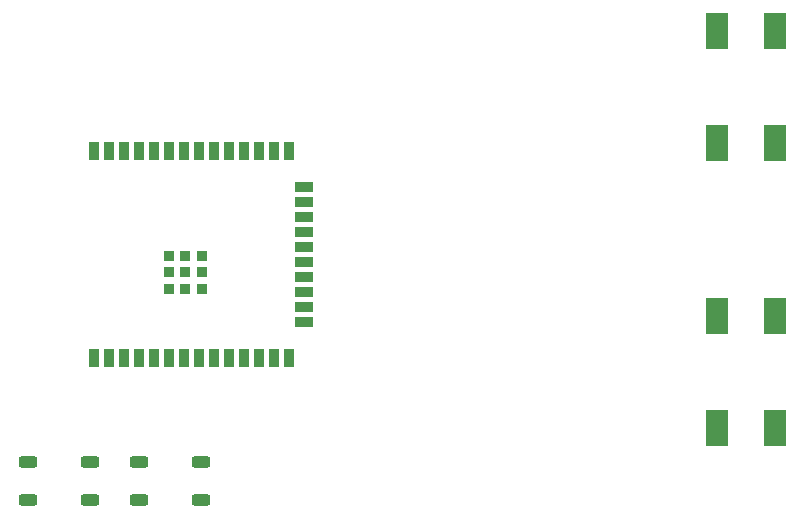
<source format=gbr>
%TF.GenerationSoftware,KiCad,Pcbnew,8.0.8*%
%TF.CreationDate,2025-02-20T16:12:13-05:00*%
%TF.ProjectId,ESP32_SMD,45535033-325f-4534-9d44-2e6b69636164,rev?*%
%TF.SameCoordinates,Original*%
%TF.FileFunction,Paste,Top*%
%TF.FilePolarity,Positive*%
%FSLAX46Y46*%
G04 Gerber Fmt 4.6, Leading zero omitted, Abs format (unit mm)*
G04 Created by KiCad (PCBNEW 8.0.8) date 2025-02-20 16:12:13*
%MOMM*%
%LPD*%
G01*
G04 APERTURE LIST*
G04 Aperture macros list*
%AMRoundRect*
0 Rectangle with rounded corners*
0 $1 Rounding radius*
0 $2 $3 $4 $5 $6 $7 $8 $9 X,Y pos of 4 corners*
0 Add a 4 corners polygon primitive as box body*
4,1,4,$2,$3,$4,$5,$6,$7,$8,$9,$2,$3,0*
0 Add four circle primitives for the rounded corners*
1,1,$1+$1,$2,$3*
1,1,$1+$1,$4,$5*
1,1,$1+$1,$6,$7*
1,1,$1+$1,$8,$9*
0 Add four rect primitives between the rounded corners*
20,1,$1+$1,$2,$3,$4,$5,0*
20,1,$1+$1,$4,$5,$6,$7,0*
20,1,$1+$1,$6,$7,$8,$9,0*
20,1,$1+$1,$8,$9,$2,$3,0*%
G04 Aperture macros list end*
%ADD10RoundRect,0.250000X-0.525000X-0.250000X0.525000X-0.250000X0.525000X0.250000X-0.525000X0.250000X0*%
%ADD11R,1.960000X3.150000*%
%ADD12R,0.900000X1.500000*%
%ADD13R,1.500000X0.900000*%
%ADD14R,0.900000X0.900000*%
G04 APERTURE END LIST*
D10*
%TO.C,SW2*%
X57573000Y-80950000D03*
X62823000Y-80950000D03*
X57573000Y-84150000D03*
X62823000Y-84150000D03*
%TD*%
%TO.C,SW1*%
X48175000Y-80950000D03*
X53425000Y-80950000D03*
X48175000Y-84150000D03*
X53425000Y-84150000D03*
%TD*%
D11*
%TO.C,F3*%
X106490000Y-53975000D03*
X111400000Y-53975000D03*
%TD*%
%TO.C,F5*%
X106490000Y-78105000D03*
X111400000Y-78105000D03*
%TD*%
D12*
%TO.C,U2*%
X53745000Y-72150000D03*
X55015000Y-72150000D03*
X56285000Y-72150000D03*
X57555000Y-72150000D03*
X58825000Y-72150000D03*
X60095000Y-72150000D03*
X61365000Y-72150000D03*
X62635000Y-72150000D03*
X63905000Y-72150000D03*
X65175000Y-72150000D03*
X66445000Y-72150000D03*
X67715000Y-72150000D03*
X68985000Y-72150000D03*
X70255000Y-72150000D03*
D13*
X71505000Y-69120000D03*
X71505000Y-67850000D03*
X71505000Y-66580000D03*
X71505000Y-65310000D03*
X71505000Y-64040000D03*
X71505000Y-62770000D03*
X71505000Y-61500000D03*
X71505000Y-60230000D03*
X71505000Y-58960000D03*
X71505000Y-57690000D03*
D12*
X70255000Y-54650000D03*
X68985000Y-54650000D03*
X67715000Y-54650000D03*
X66445000Y-54650000D03*
X65175000Y-54650000D03*
X63905000Y-54650000D03*
X62635000Y-54650000D03*
X61365000Y-54650000D03*
X60095000Y-54650000D03*
X58825000Y-54650000D03*
X57555000Y-54650000D03*
X56285000Y-54650000D03*
X55015000Y-54650000D03*
X53745000Y-54650000D03*
D14*
X60065000Y-66300000D03*
X60065000Y-66300000D03*
X61465000Y-66300000D03*
X62865000Y-66300000D03*
X62865000Y-66300000D03*
X60065000Y-64900000D03*
X61465000Y-64900000D03*
X62865000Y-64900000D03*
X62865000Y-64900000D03*
X60065000Y-63500000D03*
X61465000Y-63500000D03*
X62865000Y-63500000D03*
%TD*%
D11*
%TO.C,F2*%
X106490000Y-44450000D03*
X111400000Y-44450000D03*
%TD*%
%TO.C,F4*%
X106490000Y-68580000D03*
X111400000Y-68580000D03*
%TD*%
M02*

</source>
